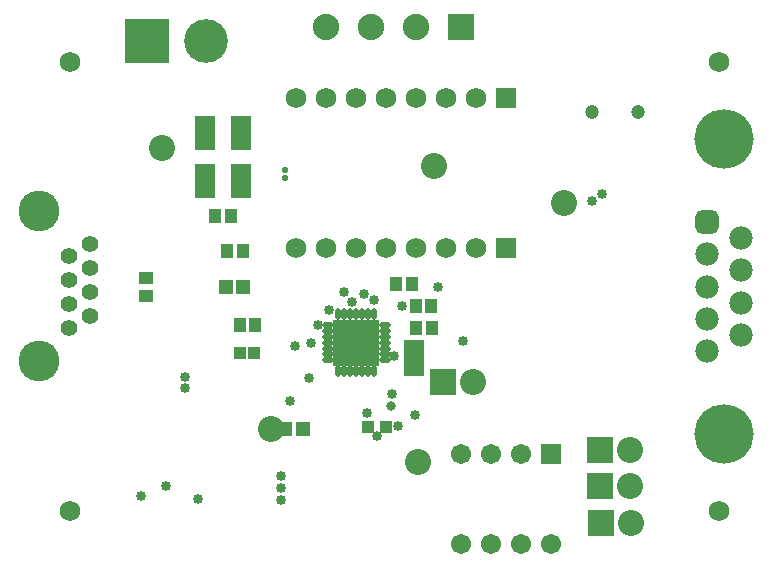
<source format=gbs>
G04 Layer_Color=8150272*
%FSLAX24Y24*%
%MOIN*%
G70*
G01*
G75*
%ADD82R,0.0493X0.0474*%
%ADD84C,0.0680*%
%ADD85C,0.0552*%
%ADD86C,0.1360*%
%ADD87C,0.0671*%
%ADD88R,0.0671X0.0671*%
%ADD89C,0.0780*%
G04:AMPARAMS|DCode=90|XSize=78mil|YSize=78mil|CornerRadius=21.5mil|HoleSize=0mil|Usage=FLASHONLY|Rotation=90.000|XOffset=0mil|YOffset=0mil|HoleType=Round|Shape=RoundedRectangle|*
%AMROUNDEDRECTD90*
21,1,0.0780,0.0350,0,0,90.0*
21,1,0.0350,0.0780,0,0,90.0*
1,1,0.0430,0.0175,0.0175*
1,1,0.0430,0.0175,-0.0175*
1,1,0.0430,-0.0175,-0.0175*
1,1,0.0430,-0.0175,0.0175*
%
%ADD90ROUNDEDRECTD90*%
%ADD91C,0.1980*%
%ADD92R,0.0680X0.0680*%
%ADD93C,0.0867*%
%ADD94R,0.0867X0.0867*%
%ADD95C,0.1458*%
%ADD96R,0.1458X0.1458*%
%ADD97C,0.0880*%
%ADD98R,0.0880X0.0880*%
%ADD99C,0.0336*%
%ADD100C,0.0332*%
%ADD101C,0.0218*%
%ADD102C,0.0474*%
%ADD103C,0.0316*%
%ADD104R,0.0671X0.1182*%
%ADD105R,0.0434X0.0474*%
%ADD106R,0.0454X0.0493*%
%ADD107R,0.0513X0.0434*%
%ADD108R,0.0651X0.0592*%
%ADD109R,0.0395X0.0434*%
%ADD110R,0.0434X0.0434*%
%ADD111O,0.0395X0.0178*%
%ADD112O,0.0178X0.0395*%
%ADD113R,0.1537X0.1537*%
D82*
X13681Y30709D02*
D03*
X13091D02*
D03*
D84*
X5906Y27953D02*
D03*
X27559Y42913D02*
D03*
X5906D02*
D03*
X27559Y27953D02*
D03*
X19472Y41732D02*
D03*
X18472D02*
D03*
X17472D02*
D03*
X16472D02*
D03*
X15472D02*
D03*
X14472D02*
D03*
X13472D02*
D03*
X19472Y36732D02*
D03*
X18472D02*
D03*
X17472D02*
D03*
X16472D02*
D03*
X15472D02*
D03*
X14472D02*
D03*
X13472D02*
D03*
D85*
X5882Y36457D02*
D03*
X6583Y36059D02*
D03*
X5882Y35657D02*
D03*
X6583Y35260D02*
D03*
Y36858D02*
D03*
X5882Y34858D02*
D03*
X6583Y34461D02*
D03*
X5882Y34063D02*
D03*
D86*
X4882Y37961D02*
D03*
Y32961D02*
D03*
D87*
X18972Y26846D02*
D03*
X19972D02*
D03*
X20972D02*
D03*
X21972D02*
D03*
X18972Y29846D02*
D03*
X19972D02*
D03*
X20972D02*
D03*
D88*
X21972D02*
D03*
D89*
X28285Y37058D02*
D03*
Y35978D02*
D03*
Y34898D02*
D03*
Y33818D02*
D03*
X27165Y36518D02*
D03*
Y35438D02*
D03*
Y34358D02*
D03*
Y33278D02*
D03*
D90*
Y37598D02*
D03*
D91*
X27725Y30518D02*
D03*
Y40358D02*
D03*
D92*
X20472Y41732D02*
D03*
Y36732D02*
D03*
D93*
X24622Y27559D02*
D03*
X24583Y29980D02*
D03*
X24602Y28780D02*
D03*
X19346Y32264D02*
D03*
X8980Y40043D02*
D03*
X18051Y39444D02*
D03*
X17534Y29596D02*
D03*
X12618Y30709D02*
D03*
X22387Y38224D02*
D03*
D94*
X23622Y27559D02*
D03*
X23583Y29980D02*
D03*
X23602Y28780D02*
D03*
X18346Y32264D02*
D03*
D95*
X10447Y43613D02*
D03*
D96*
X8479D02*
D03*
D97*
X14447Y44094D02*
D03*
X15947D02*
D03*
X17447D02*
D03*
D98*
X18947D02*
D03*
D99*
X16142Y30474D02*
D03*
X18191Y35436D02*
D03*
X13954Y33555D02*
D03*
X16711Y33119D02*
D03*
X23652Y38529D02*
D03*
X10198Y28365D02*
D03*
X19027Y33611D02*
D03*
X12942Y29140D02*
D03*
Y28340D02*
D03*
Y28740D02*
D03*
X16996Y34809D02*
D03*
X13415Y33459D02*
D03*
X13898Y32404D02*
D03*
X13246Y31622D02*
D03*
X16870Y30787D02*
D03*
X17408Y31167D02*
D03*
X14190Y34163D02*
D03*
X23338Y38287D02*
D03*
X9117Y28799D02*
D03*
X8287Y28465D02*
D03*
X15728Y35207D02*
D03*
X15837Y31211D02*
D03*
X16644Y31850D02*
D03*
X15315Y34911D02*
D03*
X15896Y34006D02*
D03*
X15463D02*
D03*
X15030D02*
D03*
X15896Y33573D02*
D03*
X15463D02*
D03*
X15030D02*
D03*
X15896Y33140D02*
D03*
X15463D02*
D03*
X15030D02*
D03*
X14567Y34656D02*
D03*
X15069Y35256D02*
D03*
X16053Y34980D02*
D03*
D100*
X9750Y32044D02*
D03*
X9754Y32411D02*
D03*
D101*
X13103Y39311D02*
D03*
X13081Y39055D02*
D03*
D102*
X23326Y41276D02*
D03*
X24845Y41255D02*
D03*
D103*
X16634Y31457D02*
D03*
D104*
X10433Y40551D02*
D03*
X11614D02*
D03*
X10433Y38976D02*
D03*
X11614D02*
D03*
D105*
X10758Y37795D02*
D03*
X11289D02*
D03*
X11152Y36614D02*
D03*
X11683D02*
D03*
X11575Y34154D02*
D03*
X12087D02*
D03*
X17313Y35531D02*
D03*
X16782D02*
D03*
X17461Y34783D02*
D03*
X17972D02*
D03*
X17451Y34055D02*
D03*
X17982D02*
D03*
D106*
X11132Y35433D02*
D03*
X11703D02*
D03*
D107*
X8465Y35728D02*
D03*
Y35138D02*
D03*
D108*
X17382Y33376D02*
D03*
Y32746D02*
D03*
D109*
X12067Y33228D02*
D03*
X11594D02*
D03*
D110*
X15866Y30768D02*
D03*
X16457D02*
D03*
D111*
X16417Y34163D02*
D03*
Y33967D02*
D03*
Y33770D02*
D03*
Y33573D02*
D03*
Y33376D02*
D03*
Y33179D02*
D03*
Y32982D02*
D03*
X14508D02*
D03*
Y33179D02*
D03*
Y33376D02*
D03*
Y33573D02*
D03*
Y33770D02*
D03*
Y33967D02*
D03*
Y34163D02*
D03*
D112*
X16053Y32618D02*
D03*
X15856D02*
D03*
X15659D02*
D03*
X15463D02*
D03*
X15266D02*
D03*
X15069D02*
D03*
X14872D02*
D03*
Y34528D02*
D03*
X15069D02*
D03*
X15266D02*
D03*
X15463D02*
D03*
X15659D02*
D03*
X15856D02*
D03*
X16053D02*
D03*
D113*
X15450Y33573D02*
D03*
M02*

</source>
